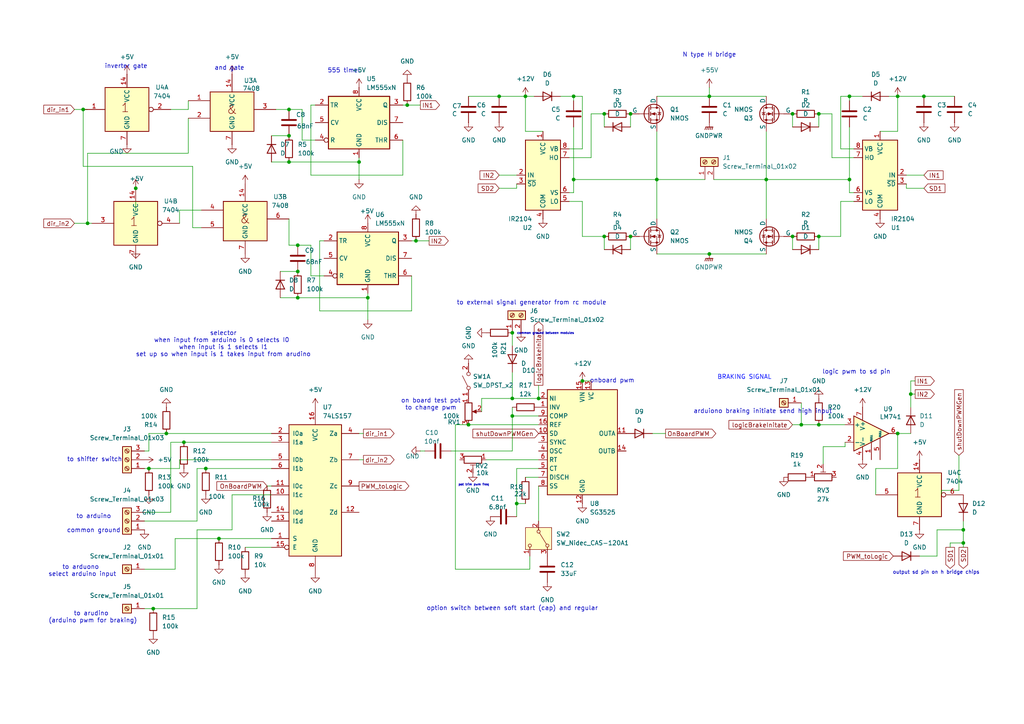
<source format=kicad_sch>
(kicad_sch (version 20250114) (generator "eeschema") (generator_version "9.0")
  (paper "A4")
  (title_block (title "N MOSFET H BRIDGE BY VASILY") (date "2025-08-05") (rev "1") (company "Foothill engineering club"))
  (text "output sd pin on h bridge chips\n" (at 271.526 166.116 0) (effects (font (size 1.016 1.016))))
  (text "to shifter switch" (at 27.432 133.35 0) (effects (font (size 1.27 1.27))))
  (text "common ground between modules" (at 158.242 96.774 0) (effects (font (size 0.635 0.635))))
  (text "555 timer\n" (at 99.822 20.574 0) (effects (font (size 1.27 1.27))))
  (text "selector\nwhen input from arduino is 0 selects I0 \nwhen input is 1 selects I1\nset up so when input is 1 takes input from arudino" (at 64.77 99.822 0) (effects (font (size 1.27 1.27))))
  (text "and gate" (at 66.548 19.812 0) (effects (font (size 1.27 1.27))))
  (text "inverter gate\n" (at 36.576 19.304 0) (effects (font (size 1.27 1.27))))
  (text "onboard pwm" (at 177.546 110.49 0) (effects (font (size 1.27 1.27))))
  (text "to arduono \nselect arduino input" (at 23.876 165.608 0) (effects (font (size 1.27 1.27))))
  (text "BRAKING SIGNAL " (at 216.408 109.474 0) (effects (font (size 1.27 1.27))))
  (text "logic pwm to sd pin" (at 248.412 107.95 0) (effects (font (size 1.27 1.27))))
  (text "arduiono braking initiate send high input" (at 221.234 119.38 0) (effects (font (size 1.27 1.27))))
  (text "N type H bridge" (at 205.74 16.002 0) (effects (font (size 1.27 1.27))))
  (text "pot trim pwm freq" (at 137.414 140.716 0) (effects (font (size 0.635 0.635))))
  (text "on board test pot\n to change pwm " (at 124.968 117.348 0) (effects (font (size 1.27 1.27))))
  (text "to arduino\n\ncommon ground" (at 27.178 151.892 0) (effects (font (size 1.27 1.27))))
  (text "to arudino \n(arduino pwm for braking)" (at 26.924 179.07 0) (effects (font (size 1.27 1.27))))
  (text "to external signal generator from rc module" (at 154.178 87.884 0) (effects (font (size 1.27 1.27))))
  (text "option switch between soft start (cap) and regular" (at 148.59 176.53 0) (effects (font (size 1.27 1.27))))
  (junction (at 148.59 120.65))
  (junction (at 168.91 110.49))
  (junction (at 149.86 146.05))
  (junction (at 182.88 33.02))
  (junction (at 166.37 27.94))
  (junction (at 232.41 123.19))
  (junction (at 229.87 68.58))
  (junction (at 237.49 68.58))
  (junction (at 86.36 78.74))
  (junction (at 237.49 123.19))
  (junction (at 24.13 31.75))
  (junction (at 267.97 27.94))
  (junction (at 104.14 46.99))
  (junction (at 148.59 115.57))
  (junction (at 118.11 30.48))
  (junction (at 86.36 71.12))
  (junction (at 120.65 69.85))
  (junction (at 260.35 27.94))
  (junction (at 63.5 156.21))
  (junction (at 83.82 31.75))
  (junction (at 190.5 52.07))
  (junction (at 44.45 176.53))
  (junction (at 148.59 96.52))
  (junction (at 175.26 68.58))
  (junction (at 279.4 157.48))
  (junction (at 59.69 135.89))
  (junction (at 39.37 54.61))
  (junction (at 222.25 52.07))
  (junction (at 156.21 115.57))
  (junction (at 83.82 39.37))
  (junction (at 260.35 125.73))
  (junction (at 152.4 27.94))
  (junction (at 53.34 128.27))
  (junction (at 279.4 153.67))
  (junction (at 264.16 114.3))
  (junction (at 237.49 33.02))
  (junction (at 144.78 27.94))
  (junction (at 246.38 27.94))
  (junction (at 43.18 135.89))
  (junction (at 205.74 73.66))
  (junction (at 48.26 125.73))
  (junction (at 135.89 123.19))
  (junction (at 25.4 64.77))
  (junction (at 182.88 68.58))
  (junction (at 106.68 86.36))
  (junction (at 205.74 27.94))
  (junction (at 83.82 46.99))
  (junction (at 246.38 52.07))
  (junction (at 166.37 52.07))
  (junction (at 86.36 86.36))
  (junction (at 229.87 33.02))
  (junction (at 175.26 33.02))
  (wire (pts (xy 49.53 128.27) (xy 53.34 128.27)))
  (wire (pts (xy 78.74 158.75) (xy 71.12 158.75)))
  (wire (pts (xy 189.23 125.73) (xy 193.04 125.73)))
  (wire (pts (xy 175.26 68.58) (xy 168.91 68.58)))
  (wire (pts (xy 120.65 69.85) (xy 124.46 69.85)))
  (wire (pts (xy 266.7 161.29) (xy 271.78 161.29)))
  (wire (pts (xy 166.37 52.07) (xy 166.37 55.88)))
  (wire (pts (xy 267.97 27.94) (xy 276.86 27.94)))
  (wire (pts (xy 49.53 31.75) (xy 54.61 31.75)))
  (wire (pts (xy 39.37 72.39) (xy 39.37 74.93)))
  (wire (pts (xy 156.21 111.76) (xy 156.21 115.57)))
  (wire (pts (xy 246.38 36.83) (xy 246.38 52.07)))
  (wire (pts (xy 166.37 36.83) (xy 166.37 52.07)))
  (wire (pts (xy 166.37 55.88) (xy 165.1 55.88)))
  (wire (pts (xy 86.36 71.12) (xy 90.17 71.12)))
  (wire (pts (xy 243.84 27.94) (xy 246.38 27.94)))
  (wire (pts (xy 175.26 68.58) (xy 175.26 72.39)))
  (wire (pts (xy 260.35 125.73) (xy 264.16 125.73)))
  (wire (pts (xy 190.5 73.66) (xy 205.74 73.66)))
  (wire (pts (xy 247.65 43.18) (xy 243.84 43.18)))
  (wire (pts (xy 116.84 30.48) (xy 118.11 30.48)))
  (wire (pts (xy 105.41 133.35) (xy 104.14 133.35)))
  (wire (pts (xy 246.38 27.94) (xy 246.38 29.21)))
  (wire (pts (xy 55.88 48.26) (xy 55.88 66.04)))
  (wire (pts (xy 190.5 38.1) (xy 190.5 52.07)))
  (wire (pts (xy 57.15 151.13) (xy 57.15 135.89)))
  (wire (pts (xy 39.37 60.96) (xy 39.37 54.61)))
  (wire (pts (xy 260.35 125.73) (xy 260.35 135.89)))
  (wire (pts (xy 148.59 96.52) (xy 148.59 100.33)))
  (wire (pts (xy 149.86 50.8) (xy 144.78 50.8)))
  (wire (pts (xy 246.38 55.88) (xy 247.65 55.88)))
  (wire (pts (xy 264.16 114.3) (xy 265.43 114.3)))
  (wire (pts (xy 229.87 33.02) (xy 229.87 36.83)))
  (wire (pts (xy 90.17 71.12) (xy 90.17 80.01)))
  (wire (pts (xy 205.74 25.4) (xy 205.74 27.94)))
  (wire (pts (xy 190.5 52.07) (xy 204.47 52.07)))
  (wire (pts (xy 149.86 135.89) (xy 156.21 135.89)))
  (wire (pts (xy 83.82 46.99) (xy 104.14 46.99)))
  (wire (pts (xy 50.8 156.21) (xy 63.5 156.21)))
  (wire (pts (xy 246.38 27.94) (xy 250.19 27.94)))
  (wire (pts (xy 222.25 38.1) (xy 222.25 52.07)))
  (wire (pts (xy 149.86 54.61) (xy 149.86 53.34)))
  (wire (pts (xy 156.21 140.97) (xy 156.21 151.13)))
  (wire (pts (xy 54.61 31.75) (xy 54.61 29.21)))
  (wire (pts (xy 166.37 52.07) (xy 190.5 52.07)))
  (wire (pts (xy 254 135.89) (xy 254 143.51)))
  (wire (pts (xy 132.08 123.19) (xy 135.89 123.19)))
  (wire (pts (xy 157.48 38.1) (xy 152.4 38.1)))
  (wire (pts (xy 52.07 135.89) (xy 52.07 133.35)))
  (wire (pts (xy 78.74 46.99) (xy 83.82 46.99)))
  (wire (pts (xy 237.49 33.02) (xy 241.3 33.02)))
  (wire (pts (xy 275.59 157.48) (xy 275.59 158.75)))
  (wire (pts (xy 255.27 38.1) (xy 260.35 38.1)))
  (wire (pts (xy 24.13 31.75) (xy 25.4 31.75)))
  (wire (pts (xy 260.35 38.1) (xy 260.35 27.94)))
  (wire (pts (xy 166.37 27.94) (xy 162.56 27.94)))
  (wire (pts (xy 25.4 44.45) (xy 54.61 44.45)))
  (wire (pts (xy 152.4 27.94) (xy 144.78 27.94)))
  (wire (pts (xy 44.45 176.53) (xy 57.15 176.53)))
  (wire (pts (xy 80.01 31.75) (xy 83.82 31.75)))
  (wire (pts (xy 166.37 27.94) (xy 166.37 29.21)))
  (wire (pts (xy 63.5 156.21) (xy 78.74 156.21)))
  (wire (pts (xy 119.38 80.01) (xy 119.38 90.17)))
  (wire (pts (xy 175.26 33.02) (xy 175.26 36.83)))
  (wire (pts (xy 243.84 68.58) (xy 243.84 58.42)))
  (wire (pts (xy 139.7 115.57) (xy 139.7 119.38)))
  (wire (pts (xy 237.49 123.19) (xy 245.11 123.19)))
  (wire (pts (xy 87.63 31.75) (xy 87.63 40.64)))
  (wire (pts (xy 237.49 68.58) (xy 243.84 68.58)))
  (wire (pts (xy 262.89 50.8) (xy 267.97 50.8)))
  (wire (pts (xy 148.59 115.57) (xy 139.7 115.57)))
  (wire (pts (xy 260.35 27.94) (xy 267.97 27.94)))
  (wire (pts (xy 241.3 45.72) (xy 241.3 33.02)))
  (wire (pts (xy 81.28 86.36) (xy 86.36 86.36)))
  (wire (pts (xy 148.59 107.95) (xy 148.59 115.57)))
  (wire (pts (xy 52.07 133.35) (xy 78.74 133.35)))
  (wire (pts (xy 229.87 68.58) (xy 229.87 72.39)))
  (wire (pts (xy 279.4 153.67) (xy 279.4 157.48)))
  (wire (pts (xy 264.16 114.3) (xy 264.16 110.49)))
  (wire (pts (xy 222.25 52.07) (xy 246.38 52.07)))
  (wire (pts (xy 279.4 151.13) (xy 279.4 153.67)))
  (wire (pts (xy 271.78 161.29) (xy 271.78 153.67)))
  (wire (pts (xy 149.86 146.05) (xy 149.86 149.86)))
  (wire (pts (xy 78.74 39.37) (xy 83.82 39.37)))
  (wire (pts (xy 41.91 148.59) (xy 49.53 148.59)))
  (wire (pts (xy 57.15 135.89) (xy 59.69 135.89)))
  (wire (pts (xy 21.59 64.77) (xy 25.4 64.77)))
  (wire (pts (xy 121.92 130.81) (xy 123.19 130.81)))
  (wire (pts (xy 132.08 165.1) (xy 132.08 123.19)))
  (wire (pts (xy 168.91 58.42) (xy 165.1 58.42)))
  (wire (pts (xy 260.35 135.89) (xy 254 135.89)))
  (wire (pts (xy 54.61 44.45) (xy 54.61 34.29)))
  (wire (pts (xy 273.05 143.51) (xy 273.05 142.24)))
  (wire (pts (xy 118.11 30.48) (xy 121.92 30.48)))
  (wire (pts (xy 90.17 50.8) (xy 90.17 30.48)))
  (wire (pts (xy 168.91 68.58) (xy 168.91 58.42)))
  (wire (pts (xy 148.59 118.11) (xy 148.59 120.65)))
  (wire (pts (xy 257.81 27.94) (xy 260.35 27.94)))
  (wire (pts (xy 52.07 64.77) (xy 52.07 60.96)))
  (wire (pts (xy 165.1 43.18) (xy 168.91 43.18)))
  (wire (pts (xy 245.11 128.27) (xy 245.11 129.54)))
  (wire (pts (xy 207.01 52.07) (xy 222.25 52.07)))
  (wire (pts (xy 264.16 110.49) (xy 265.43 110.49)))
  (wire (pts (xy 24.13 48.26) (xy 55.88 48.26)))
  (wire (pts (xy 232.41 116.84) (xy 232.41 123.19)))
  (wire (pts (xy 264.16 118.11) (xy 264.16 114.3)))
  (wire (pts (xy 41.91 151.13) (xy 57.15 151.13)))
  (wire (pts (xy 48.26 125.73) (xy 78.74 125.73)))
  (wire (pts (xy 246.38 55.88) (xy 246.38 52.07)))
  (wire (pts (xy 24.13 31.75) (xy 21.59 31.75)))
  (wire (pts (xy 238.76 129.54) (xy 238.76 134.62)))
  (wire (pts (xy 119.38 90.17) (xy 92.71 90.17)))
  (wire (pts (xy 175.26 33.02) (xy 171.45 33.02)))
  (wire (pts (xy 67.31 153.67) (xy 67.31 143.51)))
  (wire (pts (xy 92.71 69.85) (xy 93.98 69.85)))
  (wire (pts (xy 78.74 140.97) (xy 77.47 140.97)))
  (wire (pts (xy 182.88 33.02) (xy 182.88 36.83)))
  (wire (pts (xy 41.91 130.81) (xy 43.18 130.81)))
  (wire (pts (xy 149.86 146.05) (xy 152.4 146.05)))
  (wire (pts (xy 86.36 86.36) (xy 106.68 86.36)))
  (wire (pts (xy 205.74 73.66) (xy 222.25 73.66)))
  (wire (pts (xy 243.84 43.18) (xy 243.84 27.94)))
  (wire (pts (xy 92.71 90.17) (xy 92.71 69.85)))
  (wire (pts (xy 279.4 157.48) (xy 279.4 158.75)))
  (wire (pts (xy 83.82 63.5) (xy 83.82 71.12)))
  (wire (pts (xy 154.94 27.94) (xy 152.4 27.94)))
  (wire (pts (xy 43.18 135.89) (xy 52.07 135.89)))
  (wire (pts (xy 43.18 125.73) (xy 48.26 125.73)))
  (wire (pts (xy 144.78 27.94) (xy 135.89 27.94)))
  (wire (pts (xy 41.91 165.1) (xy 50.8 165.1)))
  (wire (pts (xy 245.11 129.54) (xy 238.76 129.54)))
  (wire (pts (xy 50.8 165.1) (xy 50.8 156.21)))
  (wire (pts (xy 55.88 66.04) (xy 58.42 66.04)))
  (wire (pts (xy 267.97 54.61) (xy 262.89 54.61)))
  (wire (pts (xy 135.89 123.19) (xy 156.21 123.19)))
  (wire (pts (xy 49.53 148.59) (xy 49.53 128.27)))
  (wire (pts (xy 43.18 130.81) (xy 43.18 125.73)))
  (wire (pts (xy 105.41 125.73) (xy 104.14 125.73)))
  (wire (pts (xy 104.14 46.99) (xy 104.14 45.72)))
  (wire (pts (xy 130.81 130.81) (xy 148.59 130.81)))
  (wire (pts (xy 90.17 80.01) (xy 93.98 80.01)))
  (wire (pts (xy 156.21 115.57) (xy 148.59 115.57)))
  (wire (pts (xy 81.28 78.74) (xy 86.36 78.74)))
  (wire (pts (xy 148.59 120.65) (xy 156.21 120.65)))
  (wire (pts (xy 222.25 52.07) (xy 222.25 63.5)))
  (wire (pts (xy 87.63 40.64) (xy 91.44 40.64)))
  (wire (pts (xy 279.4 157.48) (xy 275.59 157.48)))
  (wire (pts (xy 25.4 64.77) (xy 26.67 64.77)))
  (wire (pts (xy 106.68 86.36) (xy 106.68 85.09)))
  (wire (pts (xy 237.49 68.58) (xy 237.49 72.39)))
  (wire (pts (xy 41.91 135.89) (xy 43.18 135.89)))
  (wire (pts (xy 57.15 153.67) (xy 67.31 153.67)))
  (wire (pts (xy 152.4 138.43) (xy 156.21 138.43)))
  (wire (pts (xy 116.84 40.64) (xy 116.84 50.8)))
  (wire (pts (xy 232.41 123.19) (xy 237.49 123.19)))
  (wire (pts (xy 25.4 44.45) (xy 25.4 64.77)))
  (wire (pts (xy 152.4 38.1) (xy 152.4 27.94)))
  (wire (pts (xy 41.91 176.53) (xy 44.45 176.53)))
  (wire (pts (xy 83.82 71.12) (xy 86.36 71.12)))
  (wire (pts (xy 190.5 52.07) (xy 190.5 63.5)))
  (wire (pts (xy 119.38 69.85) (xy 120.65 69.85)))
  (wire (pts (xy 104.14 52.07) (xy 104.14 46.99)))
  (wire (pts (xy 271.78 153.67) (xy 279.4 153.67)))
  (wire (pts (xy 237.49 33.02) (xy 237.49 36.83)))
  (wire (pts (xy 182.88 68.58) (xy 182.88 72.39)))
  (wire (pts (xy 24.13 31.75) (xy 24.13 48.26)))
  (wire (pts (xy 168.91 27.94) (xy 166.37 27.94)))
  (wire (pts (xy 153.67 165.1) (xy 132.08 165.1)))
  (wire (pts (xy 243.84 58.42) (xy 247.65 58.42)))
  (wire (pts (xy 229.87 123.19) (xy 232.41 123.19)))
  (wire (pts (xy 247.65 45.72) (xy 241.3 45.72)))
  (wire (pts (xy 171.45 45.72) (xy 171.45 33.02)))
  (wire (pts (xy 106.68 92.71) (xy 106.68 86.36)))
  (wire (pts (xy 53.34 128.27) (xy 78.74 128.27)))
  (wire (pts (xy 144.78 54.61) (xy 149.86 54.61)))
  (wire (pts (xy 278.13 142.24) (xy 278.13 132.08)))
  (wire (pts (xy 168.91 43.18) (xy 168.91 27.94)))
  (wire (pts (xy 190.5 27.94) (xy 205.74 27.94)))
  (wire (pts (xy 153.67 161.29) (xy 153.67 165.1)))
  (wire (pts (xy 57.15 176.53) (xy 57.15 153.67)))
  (wire (pts (xy 262.89 54.61) (xy 262.89 53.34)))
  (wire (pts (xy 149.86 135.89) (xy 149.86 146.05)))
  (wire (pts (xy 52.07 60.96) (xy 58.42 60.96)))
  (wire (pts (xy 59.69 135.89) (xy 78.74 135.89)))
  (wire (pts (xy 165.1 45.72) (xy 171.45 45.72)))
  (wire (pts (xy 156.21 133.35) (xy 140.97 133.35)))
  (wire (pts (xy 205.74 27.94) (xy 222.25 27.94)))
  (wire (pts (xy 116.84 50.8) (xy 90.17 50.8)))
  (wire (pts (xy 90.17 30.48) (xy 91.44 30.48)))
  (wire (pts (xy 148.59 130.81) (xy 148.59 120.65)))
  (wire (pts (xy 168.91 110.49) (xy 171.45 110.49)))
  (wire (pts (xy 273.05 142.24) (xy 278.13 142.24)))
  (wire (pts (xy 67.31 143.51) (xy 78.74 143.51)))
  (wire (pts (xy 83.82 31.75) (xy 87.63 31.75)))
  (global_label "PWM_toLogic" (shape input) (at 259.08 161.29 180) (property "Intersheetrefs" "${INTERSHEET_REFS}" (effects (hide yes))))
  (global_label "SD2" (shape output) (at 279.4 158.75 270) (property "Intersheetrefs" "${INTERSHEET_REFS}" (effects (hide yes))))
  (global_label "SD1" (shape output) (at 275.59 158.75 270) (property "Intersheetrefs" "${INTERSHEET_REFS}" (effects (hide yes))))
  (global_label "logicBrakeInitate" (shape input) (at 229.87 123.19 180) (property "Intersheetrefs" "${INTERSHEET_REFS}" (effects (hide yes))))
  (global_label "OnBoardPWM" (shape input) (at 77.47 140.97 180) (property "Intersheetrefs" "${INTERSHEET_REFS}" (effects (hide yes))))
  (global_label "IN2" (shape output) (at 124.46 69.85 0) (property "Intersheetrefs" "${INTERSHEET_REFS}" (effects (hide yes))))
  (global_label "PWM_toLogic" (shape output) (at 104.14 140.97 0) (property "Intersheetrefs" "${INTERSHEET_REFS}" (effects (hide yes))))
  (global_label "logicBrakeInitate" (shape output) (at 156.21 111.76 90) (property "Intersheetrefs" "${INTERSHEET_REFS}" (effects (hide yes))))
  (global_label "OnBoardPWM" (shape output) (at 193.04 125.73 0) (property "Intersheetrefs" "${INTERSHEET_REFS}" (effects (hide yes))))
  (global_label "IN2" (shape output) (at 265.43 114.3 0) (property "Intersheetrefs" "${INTERSHEET_REFS}" (effects (hide yes))))
  (global_label "dir_in2" (shape output) (at 105.41 133.35 0) (property "Intersheetrefs" "${INTERSHEET_REFS}" (effects (hide yes))))
  (global_label "SD1" (shape input) (at 267.97 54.61 0) (property "Intersheetrefs" "${INTERSHEET_REFS}" (effects (hide yes))))
  (global_label "SD2" (shape input) (at 144.78 54.61 180) (property "Intersheetrefs" "${INTERSHEET_REFS}" (effects (hide yes))))
  (global_label "dir_in1" (shape input) (at 21.59 31.75 180) (property "Intersheetrefs" "${INTERSHEET_REFS}" (effects (hide yes))))
  (global_label "dir_in2" (shape input) (at 21.59 64.77 180) (property "Intersheetrefs" "${INTERSHEET_REFS}" (effects (hide yes))))
  (global_label "IN1" (shape output) (at 121.92 30.48 0) (property "Intersheetrefs" "${INTERSHEET_REFS}" (effects (hide yes))))
  (global_label "dir_in1" (shape output) (at 105.41 125.73 0) (property "Intersheetrefs" "${INTERSHEET_REFS}" (effects (hide yes))))
  (global_label "IN1" (shape input) (at 267.97 50.8 0) (property "Intersheetrefs" "${INTERSHEET_REFS}" (effects (hide yes))))
  (global_label "IN1" (shape output) (at 265.43 110.49 0) (property "Intersheetrefs" "${INTERSHEET_REFS}" (effects (hide yes))))
  (global_label "shutDownPWMGen" (shape input) (at 278.13 132.08 90) (property "Intersheetrefs" "${INTERSHEET_REFS}" (effects (hide yes))))
  (global_label "IN2" (shape input) (at 144.78 50.8 180) (property "Intersheetrefs" "${INTERSHEET_REFS}" (effects (hide yes))))
  (global_label "shutDownPWMGen" (shape input) (at 156.21 125.73 180) (property "Intersheetrefs" "${INTERSHEET_REFS}" (effects (hide yes))))
  (symbol (lib_id "power:GND") (at 77.47 148.59 0) (unit 1)
    (property "Reference" "#PWR037" (effects (hide yes)))
    (property "Value" "GND" (at 77.47 153.67 0))
    (property "Description" "Power symbol creates a global label with name \"GND\" , ground" (effects (hide yes)))
  )
  (symbol (lib_id "power:GND") (at 67.31 41.91 0) (unit 1)
    (property "Reference" "#PWR019" (effects (hide yes)))
    (property "Value" "GND" (at 67.31 46.99 0))
    (property "Description" "Power symbol creates a global label with name \"GND\" , ground" (effects (hide yes)))
  )
  (symbol (lib_id "power:GND") (at 250.19 133.35 0) (unit 1)
    (property "Reference" "#PWR049" (effects (hide yes)))
    (property "Value" "GND" (at 250.19 138.43 0))
    (property "Description" "Power symbol creates a global label with name \"GND\" , ground" (effects (hide yes)))
  )
  (symbol (lib_id "power:GND") (at 255.27 63.5 0) (unit 1)
    (property "Reference" "#PWR05" (effects (hide yes)))
    (property "Value" "GND" (at 255.27 68.58 0))
    (property "Description" "Power symbol creates a global label with name \"GND\" , ground" (effects (hide yes)))
  )
  (symbol (lib_id "power:GND") (at 120.65 62.23 180) (unit 1)
    (property "Reference" "#PWR025" (effects (hide yes)))
    (property "Value" "GND" (at 120.65 57.15 0))
    (property "Description" "Power symbol creates a global label with name \"GND\" , ground" (effects (hide yes)))
  )
  (symbol (lib_id "power:+5V") (at 106.68 64.77 0) (unit 1)
    (property "Reference" "#PWR017" (effects (hide yes)))
    (property "Value" "+5V" (at 106.426 61.214 0))
    (property "Description" "Power symbol creates a global label with name \"+5V\"" (effects (hide yes)))
  )
  (symbol (lib_id "Device:R") (at 233.68 33.02 90) (unit 1)
    (property "Reference" "R1" (at 233.68 26.67 90))
    (property "Value" "R" (at 233.68 29.21 90))
    (property "Description" "Resistor" (effects (hide yes)))
  )
  (symbol (lib_id "Device:R") (at 59.69 139.7 0) (unit 1)
    (property "Reference" "R11" (at 62.23 138.4299 0) (effects (justify left)))
    (property "Value" "100k" (at 60.452 144.018 0) (effects (justify left)))
    (property "Description" "Resistor" (effects (hide yes)))
  )
  (symbol (lib_id "Switch:SW_DPST_x2") (at 135.89 110.49 90) (unit 1)
    (property "Reference" "SW1" (at 137.16 109.2199 90) (effects (justify right)))
    (property "Value" "SW_DPST_x2" (at 137.16 111.7599 90) (effects (justify right)))
    (property "Description" "Single Pole Single Throw (SPST) switch, separate symbol" (effects (hide yes)))
  )
  (symbol (lib_id "power:+5V") (at 71.12 53.34 0) (unit 1)
    (property "Reference" "#PWR022" (effects (hide yes)))
    (property "Value" "+5V" (at 71.12 48.26 0))
    (property "Description" "Power symbol creates a global label with name \"+5V\"" (effects (hide yes)))
  )
  (symbol (lib_id "Device:D") (at 279.4 147.32 90) (unit 1)
    (property "Reference" "D12" (at 281.94 146.0499 90) (effects (justify right)))
    (property "Value" "D" (at 281.94 148.5899 90) (effects (justify right)))
    (property "Description" "Diode" (effects (hide yes)))
    (property "Sim.Device" "D" (effects (hide yes)))
    (property "Sim.Pins" "1=K 2=A" (effects (hide yes)))
  )
  (symbol (lib_id "power:GND") (at 53.34 135.89 0) (unit 1)
    (property "Reference" "#PWR032" (effects (hide yes)))
    (property "Value" "GND" (at 53.34 140.97 0))
    (property "Description" "Power symbol creates a global label with name \"GND\" , ground" (effects (hide yes)))
  )
  (symbol (lib_id "Device:C") (at 86.36 74.93 0) (unit 1)
    (property "Reference" "C9" (at 88.392 72.644 0) (effects (justify left)))
    (property "Value" "68nF" (at 88.646 75.946 0) (effects (justify left)))
    (property "Description" "Unpolarized capacitor" (effects (hide yes)))
  )
  (symbol (lib_id "power:GND") (at 39.37 72.39 0) (unit 1)
    (property "Reference" "#PWR015" (effects (hide yes)))
    (property "Value" "GND" (at 39.37 77.47 0))
    (property "Description" "Power symbol creates a global label with name \"GND\" , ground" (effects (hide yes)))
  )
  (symbol (lib_id "Connector:Screw_Terminal_01x03") (at 36.83 151.13 180) (unit 1)
    (property "Reference" "J4" (at 36.83 142.24 0))
    (property "Value" "Screw_Terminal_01x03" (at 36.83 144.78 0))
    (property "Description" "Generic screw terminal, single row, 01x03, script generated (kicad-library-utils/schlib/autogen/connector/)" (effects (hide yes)))
  )
  (symbol (lib_id "Connector:Screw_Terminal_01x02") (at 204.47 46.99 90) (unit 1)
    (property "Reference" "J1" (at 209.55 45.7199 90) (effects (justify right)))
    (property "Value" "Screw_Terminal_01x02" (at 209.55 48.2599 90) (effects (justify right)))
    (property "Description" "Generic screw terminal, single row, 01x02, script generated (kicad-library-utils/schlib/autogen/connector/)" (effects (hide yes)))
  )
  (symbol (lib_id "power:GND") (at 267.97 35.56 0) (unit 1)
    (property "Reference" "#PWR06" (effects (hide yes)))
    (property "Value" "GND" (at 267.97 40.64 0))
    (property "Description" "Power symbol creates a global label with name \"GND\" , ground" (effects (hide yes)))
  )
  (symbol (lib_id "Device:R_Potentiometer_Trim") (at 238.76 138.43 90) (unit 1)
    (property "Reference" "RV3" (at 238.76 142.24 90))
    (property "Value" "27k" (at 238.76 144.78 90))
    (property "Description" "Trim-potentiometer" (effects (hide yes)))
  )
  (symbol (lib_id "Device:D") (at 148.59 104.14 90) (unit 1)
    (property "Reference" "D10" (at 151.384 107.442 90) (effects (justify right)))
    (property "Value" "D" (at 151.13 105.4099 90) (effects (justify right)))
    (property "Description" "Diode" (effects (hide yes)))
    (property "Sim.Device" "D" (effects (hide yes)))
    (property "Sim.Pins" "1=K 2=A" (effects (hide yes)))
  )
  (symbol (lib_id "power:+5V") (at 91.44 118.11 0) (unit 1)
    (property "Reference" "#PWR027" (effects (hide yes)))
    (property "Value" "+5V" (at 91.44 113.03 0))
    (property "Description" "Power symbol creates a global label with name \"+5V\"" (effects (hide yes)))
  )
  (symbol (lib_id "Simulation_SPICE:NMOS") (at 224.79 33.02 0) (mirror y) (unit 1)
    (property "Reference" "Q3" (at 218.44 34.2901 0) (effects (justify left)))
    (property "Value" "NMOS" (at 218.44 31.7501 0) (effects (justify left)))
    (property "Datasheet" "https://ngspice.sourceforge.io/docs/ngspice-html-manual/manual.xhtml#cha_MOSFETs" (effects (hide yes)))
    (property "Description" "N-MOSFET transistor, drain/source/gate" (effects (hide yes)))
    (property "Sim.Device" "NMOS" (effects (hide yes)))
    (property "Sim.Type" "VDMOS" (effects (hide yes)))
    (property "Sim.Pins" "1=D 2=G 3=S" (effects (hide yes)))
  )
  (symbol (lib_id "power:GND") (at 135.89 105.41 180) (unit 1)
    (property "Reference" "#PWR039" (effects (hide yes)))
    (property "Value" "GND" (at 135.89 100.33 0))
    (property "Description" "Power symbol creates a global label with name \"GND\" , ground" (effects (hide yes)))
  )
  (symbol (lib_id "Device:C") (at 205.74 31.75 0) (unit 1)
    (property "Reference" "C1" (at 209.55 30.4799 0) (effects (justify left)))
    (property "Value" "C" (at 209.55 33.0199 0) (effects (justify left)))
    (property "Description" "Unpolarized capacitor" (effects (hide yes)))
  )
  (symbol (lib_id "Device:C") (at 158.75 165.1 0) (unit 1)
    (property "Reference" "C12" (at 162.56 163.8299 0) (effects (justify left)))
    (property "Value" "33uF" (at 162.56 166.3699 0) (effects (justify left)))
    (property "Description" "Unpolarized capacitor" (effects (hide yes)))
  )
  (symbol (lib_id "74xx_IEEE:7408") (at 71.12 63.5 0) (unit 2)
    (property "Reference" "U3" (at 81.28 57.0798 0))
    (property "Value" "7408" (at 81.28 59.6198 0))
  )
  (symbol (lib_id "Switch:SW_Nidec_CAS-120A1") (at 156.21 156.21 270) (unit 1)
    (property "Reference" "SW2" (at 161.29 154.9399 90) (effects (justify left)))
    (property "Value" "SW_Nidec_CAS-120A1" (at 161.29 157.4799 90) (effects (justify left)))
    (property "Footprint" "Button_Switch_SMD:Nidec_Copal_CAS-120A" (effects (hide yes)))
    (property "Datasheet" "https://www.nidec-components.com/e/catalog/switch/cas.pdf" (effects (hide yes)))
    (property "Description" "Switch, single pole double throw" (effects (hide yes)))
  )
  (symbol (lib_id "Connector:Screw_Terminal_01x01") (at 36.83 176.53 180) (unit 1)
    (property "Reference" "J5" (at 36.83 170.18 0))
    (property "Value" "Screw_Terminal_01x01" (at 36.83 172.72 0))
    (property "Description" "Generic screw terminal, single row, 01x01, script generated (kicad-library-utils/schlib/autogen/connector/)" (effects (hide yes)))
  )
  (symbol (lib_id "power:+15V") (at 205.74 25.4 0) (unit 1)
    (property "Reference" "#PWR01" (effects (hide yes)))
    (property "Value" "+55V" (at 205.74 20.32 0))
    (property "Description" "Power symbol creates a global label with name \"+15V\"" (effects (hide yes)))
  )
  (symbol (lib_id "Driver_FET:IR2104") (at 157.48 50.8 0) (unit 1)
    (property "Reference" "U2" (at 154.3619 66.04 0) (effects (justify right)))
    (property "Value" "IR2104" (at 154.3619 63.5 0) (effects (justify right)))
    (property "Datasheet" "https://www.infineon.com/dgdl/ir2104.pdf?fileId=5546d462533600a4015355c7c1c31671" (effects (hide yes)))
    (property "Description" "Half-Bridge Driver, 600V, 210/360mA, PDIP-8/SOIC-8" (effects (hide yes)))
  )
  (symbol (lib_id "Device:C") (at 166.37 33.02 0) (mirror y) (unit 1)
    (property "Reference" "C5" (at 162.56 31.7499 0) (effects (justify left)))
    (property "Value" "C" (at 162.56 34.2899 0) (effects (justify left)))
    (property "Description" "Unpolarized capacitor" (effects (hide yes)))
  )
  (symbol (lib_id "Device:C") (at 83.82 35.56 0) (unit 1)
    (property "Reference" "C8" (at 85.852 33.274 0) (effects (justify left)))
    (property "Value" "68nF" (at 86.106 36.576 0) (effects (justify left)))
    (property "Description" "Unpolarized capacitor" (effects (hide yes)))
  )
  (symbol (lib_id "Device:R") (at 77.47 144.78 0) (unit 1)
    (property "Reference" "R16" (at 73.152 144.526 0) (effects (justify left)))
    (property "Value" "100k" (at 73.406 146.304 0) (effects (justify left)))
    (property "Description" "Resistor" (effects (hide yes)))
  )
  (symbol (lib_id "Device:C") (at 146.05 149.86 90) (unit 1)
    (property "Reference" "C11" (at 144.272 144.526 90))
    (property "Value" "6.8nf" (at 144.272 147.066 90))
    (property "Description" "Unpolarized capacitor" (effects (hide yes)))
  )
  (symbol (lib_id "Device:R") (at 44.45 180.34 0) (unit 1)
    (property "Reference" "R15" (at 46.99 179.0699 0) (effects (justify left)))
    (property "Value" "100k" (at 46.99 181.6099 0) (effects (justify left)))
    (property "Description" "Resistor" (effects (hide yes)))
  )
  (symbol (lib_id "Device:R") (at 48.26 121.92 180) (unit 1)
    (property "Reference" "R14" (at 45.72 123.1901 0) (effects (justify left)))
    (property "Value" "100k" (at 45.72 120.6501 0) (effects (justify left)))
    (property "Description" "Resistor" (effects (hide yes)))
  )
  (symbol (lib_id "Device:R") (at 120.65 66.04 0) (unit 1)
    (property "Reference" "R8" (at 123.19 64.7699 0) (effects (justify left)))
    (property "Value" "100k" (at 123.19 67.3099 0) (effects (justify left)))
    (property "Description" "Resistor" (effects (hide yes)))
  )
  (symbol (lib_id "Device:C") (at 135.89 31.75 0) (mirror y) (unit 1)
    (property "Reference" "C7" (at 133.858 30.734 0) (effects (justify left)))
    (property "Value" "C" (at 132.588 33.02 0) (effects (justify left)))
    (property "Description" "Unpolarized capacitor" (effects (hide yes)))
  )
  (symbol (lib_id "Device:D") (at 179.07 36.83 0) (mirror x) (unit 1)
    (property "Reference" "D3" (at 179.07 30.48 0))
    (property "Value" "D" (at 179.07 33.02 0))
    (property "Description" "Diode" (effects (hide yes)))
    (property "Sim.Device" "D" (effects (hide yes)))
    (property "Sim.Pins" "1=K 2=A" (effects (hide yes)))
  )
  (symbol (lib_id "Amplifier_Operational:LM741") (at 252.73 125.73 0) (unit 1)
    (property "Reference" "U9" (at 257.556 118.618 0))
    (property "Value" "LM741" (at 258.318 120.904 0))
    (property "Datasheet" "http://www.ti.com/lit/ds/symlink/lm741.pdf" (effects (hide yes)))
    (property "Description" "Operational Amplifier, DIP-8/TO-99-8" (effects (hide yes)))
  )
  (symbol (lib_id "Device:C") (at 246.38 33.02 0) (unit 1)
    (property "Reference" "C2" (at 250.19 31.7499 0) (effects (justify left)))
    (property "Value" "C" (at 250.19 34.2899 0) (effects (justify left)))
    (property "Description" "Unpolarized capacitor" (effects (hide yes)))
  )
  (symbol (lib_id "Device:R") (at 237.49 119.38 180) (unit 1)
    (property "Reference" "R20" (at 240.03 118.1099 0) (effects (justify right)))
    (property "Value" "100k" (at 240.03 120.6499 0) (effects (justify right)))
    (property "Description" "Resistor" (effects (hide yes)))
  )
  (symbol (lib_id "power:GND") (at 41.91 153.67 0) (unit 1)
    (property "Reference" "#PWR035" (effects (hide yes)))
    (property "Value" "GND" (at 41.91 158.75 0))
    (property "Description" "Power symbol creates a global label with name \"GND\" , ground" (effects (hide yes)))
  )
  (symbol (lib_id "Device:D") (at 233.68 36.83 180) (unit 1)
    (property "Reference" "D2" (at 233.68 30.48 0))
    (property "Value" "D" (at 233.68 33.02 0))
    (property "Description" "Diode" (effects (hide yes)))
    (property "Sim.Device" "D" (effects (hide yes)))
    (property "Sim.Pins" "1=K 2=A" (effects (hide yes)))
  )
  (symbol (lib_id "Device:R") (at 118.11 26.67 0) (unit 1)
    (property "Reference" "R6" (at 120.65 25.3999 0) (effects (justify left)))
    (property "Value" "100k" (at 120.65 27.9399 0) (effects (justify left)))
    (property "Description" "Resistor" (effects (hide yes)))
  )
  (symbol (lib_id "74xx:74LS157") (at 91.44 140.97 0) (unit 1)
    (property "Reference" "U7" (at 93.5833 118.11 0) (effects (justify left)))
    (property "Value" "74LS157" (at 93.5833 120.65 0) (effects (justify left)))
    (property "Datasheet" "http://www.ti.com/lit/gpn/sn74LS157" (effects (hide yes)))
    (property "Description" "Quad 2 to 1 line Multiplexer" (effects (hide yes)))
  )
  (symbol (lib_id "Device:C") (at 144.78 31.75 0) (mirror y) (unit 1)
    (property "Reference" "C6" (at 140.97 30.4799 0) (effects (justify left)))
    (property "Value" "C" (at 140.97 33.0199 0) (effects (justify left)))
    (property "Description" "Unpolarized capacitor" (effects (hide yes)))
  )
  (symbol (lib_id "Device:R") (at 71.12 162.56 0) (unit 1)
    (property "Reference" "R9" (at 73.66 161.2899 0) (effects (justify left)))
    (property "Value" "10k" (at 73.66 163.8299 0) (effects (justify left)))
    (property "Description" "Resistor" (effects (hide yes)))
  )
  (symbol (lib_id "Connector:Screw_Terminal_01x03") (at 36.83 133.35 180) (unit 1)
    (property "Reference" "J3" (at 36.83 124.46 0))
    (property "Value" "Screw_Terminal_01x03" (at 36.83 127 0))
    (property "Description" "Generic screw terminal, single row, 01x03, script generated (kicad-library-utils/schlib/autogen/connector/)" (effects (hide yes)))
  )
  (symbol (lib_id "Device:C") (at 127 130.81 90) (unit 1)
    (property "Reference" "C10" (at 125.222 125.476 90))
    (property "Value" "10nf" (at 125.222 128.016 90))
    (property "Description" "Unpolarized capacitor" (effects (hide yes)))
  )
  (symbol (lib_id "Connector:Screw_Terminal_01x01") (at 227.33 116.84 180) (unit 1)
    (property "Reference" "J7" (at 227.33 110.49 0))
    (property "Value" "Screw_Terminal_01x01" (at 227.33 113.03 0))
    (property "Description" "Generic screw terminal, single row, 01x01, script generated (kicad-library-utils/schlib/autogen/connector/)" (effects (hide yes)))
  )
  (symbol (lib_id "Connector:Screw_Terminal_01x02") (at 148.59 91.44 90) (unit 1)
    (property "Reference" "J6" (at 153.67 90.1699 90) (effects (justify right)))
    (property "Value" "Screw_Terminal_01x02" (at 153.67 92.7099 90) (effects (justify right)))
    (property "Description" "Generic screw terminal, single row, 01x02, script generated (kicad-library-utils/schlib/autogen/connector/)" (effects (hide yes)))
  )
  (symbol (lib_id "power:GND") (at 121.92 130.81 270) (unit 1)
    (property "Reference" "#PWR040" (effects (hide yes)))
    (property "Value" "GND" (at 121.666 132.334 90) (effects (justify right)))
    (property "Description" "Power symbol creates a global label with name \"GND\" , ground" (effects (hide yes)))
  )
  (symbol (lib_id "power:GND") (at 266.7 153.67 0) (unit 1)
    (property "Reference" "#PWR050" (effects (hide yes)))
    (property "Value" "GND" (at 266.7 158.75 0))
    (property "Description" "Power symbol creates a global label with name \"GND\" , ground" (effects (hide yes)))
  )
  (symbol (lib_id "Device:R") (at 152.4 142.24 180) (unit 1)
    (property "Reference" "R18" (at 147.828 141.224 0) (effects (justify right)))
    (property "Value" "22k" (at 149.098 143.256 0) (effects (justify right)))
    (property "Description" "Resistor" (effects (hide yes)))
  )
  (symbol (lib_id "power:+5V") (at 39.37 54.61 0) (unit 1)
    (property "Reference" "#PWR013" (effects (hide yes)))
    (property "Value" "+5V" (at 39.624 51.816 0))
    (property "Description" "Power symbol creates a global label with name \"+5V\"" (effects (hide yes)))
  )
  (symbol (lib_id "power:+5V") (at 36.83 21.59 0) (unit 1)
    (property "Reference" "#PWR012" (effects (hide yes)))
    (property "Value" "+5V" (at 36.83 16.51 0))
    (property "Description" "Power symbol creates a global label with name \"+5V\"" (effects (hide yes)))
  )
  (symbol (lib_id "Device:R") (at 152.4 118.11 90) (unit 1)
    (property "Reference" "R17" (at 152.4 111.76 90))
    (property "Value" "12k" (at 152.4 114.3 90))
    (property "Description" "Resistor" (effects (hide yes)))
  )
  (symbol (lib_id "74xx_IEEE:7404") (at 39.37 64.77 0) (unit 2)
    (property "Reference" "U4" (at 49.53 58.3498 0))
    (property "Value" "7404" (at 49.53 60.8898 0))
  )
  (symbol (lib_id "power:+12V") (at 260.35 27.94 0) (unit 1)
    (property "Reference" "#PWR04" (effects (hide yes)))
    (property "Value" "+12V" (at 260.35 22.86 0))
    (property "Description" "Power symbol creates a global label with name \"+12V\"" (effects (hide yes)))
  )
  (symbol (lib_id "Timer:LM555xN") (at 104.14 35.56 0) (unit 1)
    (property "Reference" "U5" (at 106.2833 22.86 0) (effects (justify left)))
    (property "Value" "LM555xN" (at 106.2833 25.4 0) (effects (justify left)))
    (property "Footprint" "Package_DIP:DIP-8_W7.62mm" (effects (hide yes)))
    (property "Datasheet" "http://www.ti.com/lit/ds/symlink/lm555.pdf" (effects (hide yes)))
    (property "Description" "Timer, 555 compatible, PDIP-8" (effects (hide yes)))
  )
  (symbol (lib_id "power:GND") (at 151.13 96.52 0) (unit 1)
    (property "Reference" "#PWR045" (effects (hide yes)))
    (property "Value" "GND" (at 151.13 101.6 0))
    (property "Description" "Power symbol creates a global label with name \"GND\" , ground" (effects (hide yes)))
  )
  (symbol (lib_id "power:GND") (at 158.75 168.91 0) (unit 1)
    (property "Reference" "#PWR044" (effects (hide yes)))
    (property "Value" "GND" (at 158.75 173.99 0))
    (property "Description" "Power symbol creates a global label with name \"GND\" , ground" (effects (hide yes)))
  )
  (symbol (lib_id "Device:R_Potentiometer_Trim") (at 137.16 133.35 270) (unit 1)
    (property "Reference" "RV2" (at 139.7 135.128 90))
    (property "Value" "10k" (at 139.954 137.16 90))
    (property "Description" "Trim-potentiometer" (effects (hide yes)))
  )
  (symbol (lib_id "power:+5V") (at 67.31 21.59 0) (unit 1)
    (property "Reference" "#PWR020" (effects (hide yes)))
    (property "Value" "+5V" (at 67.31 16.51 0))
    (property "Description" "Power symbol creates a global label with name \"+5V\"" (effects (hide yes)))
  )
  (symbol (lib_id "Device:D") (at 81.28 82.55 270) (unit 1)
    (property "Reference" "D8" (at 83.82 81.2799 90) (effects (justify left)))
    (property "Value" "D" (at 83.82 83.8199 90) (effects (justify left)))
    (property "Description" "Diode" (effects (hide yes)))
    (property "Sim.Device" "D" (effects (hide yes)))
    (property "Sim.Pins" "1=K 2=A" (effects (hide yes)))
  )
  (symbol (lib_id "Device:R_Potentiometer") (at 135.89 119.38 0) (unit 1)
    (property "Reference" "RV1" (at 133.604 122.428 0) (effects (justify right)))
    (property "Value" "100k" (at 133.35 120.6499 0) (effects (justify right)))
    (property "Description" "Potentiometer" (effects (hide yes)))
  )
  (symbol (lib_id "power:GND") (at 48.26 118.11 180) (unit 1)
    (property "Reference" "#PWR034" (effects (hide yes)))
    (property "Value" "GND" (at 48.26 113.03 0))
    (property "Description" "Power symbol creates a global label with name \"GND\" , ground" (effects (hide yes)))
  )
  (symbol (lib_id "power:GND") (at 118.11 22.86 180) (unit 1)
    (property "Reference" "#PWR023" (effects (hide yes)))
    (property "Value" "GND" (at 118.11 17.78 0))
    (property "Description" "Power symbol creates a global label with name \"GND\" , ground" (effects (hide yes)))
  )
  (symbol (lib_id "Simulation_SPICE:NMOS") (at 224.79 68.58 0) (mirror y) (unit 1)
    (property "Reference" "Q4" (at 218.44 69.8501 0) (effects (justify left)))
    (property "Value" "NMOS" (at 218.44 67.3101 0) (effects (justify left)))
    (property "Datasheet" "https://ngspice.sourceforge.io/docs/ngspice-html-manual/manual.xhtml#cha_MOSFETs" (effects (hide yes)))
    (property "Description" "N-MOSFET transistor, drain/source/gate" (effects (hide yes)))
    (property "Sim.Device" "NMOS" (effects (hide yes)))
    (property "Sim.Type" "VDMOS" (effects (hide yes)))
    (property "Sim.Pins" "1=D 2=G 3=S" (effects (hide yes)))
  )
  (symbol (lib_id "Device:D") (at 254 27.94 0) (unit 1)
    (property "Reference" "D5" (at 254 21.59 0))
    (property "Value" "D" (at 254 24.13 0))
    (property "Description" "Diode" (effects (hide yes)))
    (property "Sim.Device" "D" (effects (hide yes)))
    (property "Sim.Pins" "1=K 2=A" (effects (hide yes)))
  )
  (symbol (lib_id "power:GND") (at 44.45 184.15 0) (unit 1)
    (property "Reference" "#PWR036" (effects (hide yes)))
    (property "Value" "GND" (at 44.45 189.23 0))
    (property "Description" "Power symbol creates a global label with name \"GND\" , ground" (effects (hide yes)))
  )
  (symbol (lib_id "Device:R") (at 179.07 68.58 270) (mirror x) (unit 1)
    (property "Reference" "R4" (at 179.07 62.23 90))
    (property "Value" "R" (at 179.07 64.77 90))
    (property "Description" "Resistor" (effects (hide yes)))
  )
  (symbol (lib_id "power:+12V") (at 250.19 118.11 0) (unit 1)
    (property "Reference" "#PWR048" (effects (hide yes)))
    (property "Value" "+12V" (at 250.19 113.03 0))
    (property "Description" "Power symbol creates a global label with name \"+12V\"" (effects (hide yes)))
  )
  (symbol (lib_id "power:GND") (at 227.33 138.43 0) (unit 1)
    (property "Reference" "#PWR046" (effects (hide yes)))
    (property "Value" "GND" (at 227.33 143.51 0))
    (property "Description" "Power symbol creates a global label with name \"GND\" , ground" (effects (hide yes)))
  )
  (symbol (lib_id "Device:R") (at 43.18 139.7 0) (unit 1)
    (property "Reference" "R13" (at 45.72 138.4299 0) (effects (justify left)))
    (property "Value" "100k" (at 45.72 140.9699 0) (effects (justify left)))
    (property "Description" "Resistor" (effects (hide yes)))
  )
  (symbol (lib_id "Device:R") (at 233.68 68.58 90) (unit 1)
    (property "Reference" "R2" (at 233.68 62.23 90))
    (property "Value" "R" (at 233.68 64.77 90))
    (property "Description" "Resistor" (effects (hide yes)))
  )
  (symbol (lib_id "Device:D") (at 264.16 121.92 270) (unit 1)
    (property "Reference" "D11" (at 266.7 120.6499 90) (effects (justify left)))
    (property "Value" "D" (at 266.7 123.1899 90) (effects (justify left)))
    (property "Description" "Diode" (effects (hide yes)))
    (property "Sim.Device" "D" (effects (hide yes)))
    (property "Sim.Pins" "1=K 2=A" (effects (hide yes)))
  )
  (symbol (lib_id "power:+5V") (at 104.14 25.4 0) (unit 1)
    (property "Reference" "#PWR021" (effects (hide yes)))
    (property "Value" "+5V" (at 104.14 20.32 0))
    (property "Description" "Power symbol creates a global label with name \"+5V\"" (effects (hide yes)))
  )
  (symbol (lib_id "power:GND") (at 104.14 52.07 0) (unit 1)
    (property "Reference" "#PWR016" (effects (hide yes)))
    (property "Value" "GND" (at 104.14 57.15 0))
    (property "Description" "Power symbol creates a global label with name \"GND\" , ground" (effects (hide yes)))
  )
  (symbol (lib_id "Device:R") (at 231.14 138.43 90) (unit 1)
    (property "Reference" "R19" (at 231.14 132.08 90))
    (property "Value" "1k" (at 231.14 134.62 90))
    (property "Description" "Resistor" (effects (hide yes)))
  )
  (symbol (lib_id "power:GND") (at 237.49 115.57 180) (unit 1)
    (property "Reference" "#PWR047" (effects (hide yes)))
    (property "Value" "GND" (at 237.49 110.49 0))
    (property "Description" "Power symbol creates a global label with name \"GND\" , ground" (effects (hide yes)))
  )
  (symbol (lib_id "power:GND") (at 106.68 92.71 0) (unit 1)
    (property "Reference" "#PWR024" (effects (hide yes)))
    (property "Value" "GND" (at 106.68 97.79 0))
    (property "Description" "Power symbol creates a global label with name \"GND\" , ground" (effects (hide yes)))
  )
  (symbol (lib_id "power:GND") (at 168.91 146.05 0) (unit 1)
    (property "Reference" "#PWR038" (effects (hide yes)))
    (property "Value" "GND" (at 168.91 151.13 0))
    (property "Description" "Power symbol creates a global label with name \"GND\" , ground" (effects (hide yes)))
  )
  (symbol (lib_id "Device:D") (at 233.68 72.39 180) (unit 1)
    (property "Reference" "D1" (at 233.68 66.04 0))
    (property "Value" "D" (at 233.68 68.58 0))
    (property "Description" "Diode" (effects (hide yes)))
    (property "Sim.Device" "D" (effects (hide yes)))
    (property "Sim.Pins" "1=K 2=A" (effects (hide yes)))
  )
  (symbol (lib_id "power:GND") (at 140.97 96.52 270) (unit 1)
    (property "Reference" "#PWR052" (effects (hide yes)))
    (property "Value" "GND" (at 135.89 96.52 0))
    (property "Description" "Power symbol creates a global label with name \"GND\" , ground" (effects (hide yes)))
  )
  (symbol (lib_id "power:GNDPWR") (at 205.74 35.56 0) (unit 1)
    (property "Reference" "#PWR03" (effects (hide yes)))
    (property "Value" "GNDPWR" (at 205.613 39.37 0))
    (property "Description" "Power symbol creates a global label with name \"GNDPWR\" , global ground" (effects (hide yes)))
  )
  (symbol (lib_id "Device:R") (at 144.78 96.52 270) (unit 1)
    (property "Reference" "R21" (at 146.0501 99.06 0) (effects (justify left)))
    (property "Value" "100k" (at 143.5101 99.06 0) (effects (justify left)))
    (property "Description" "Resistor" (effects (hide yes)))
  )
  (symbol (lib_id "power:GND") (at 59.69 143.51 0) (unit 1)
    (property "Reference" "#PWR031" (effects (hide yes)))
    (property "Value" "GND" (at 59.69 148.59 0))
    (property "Description" "Power symbol creates a global label with name \"GND\" , ground" (effects (hide yes)))
  )
  (symbol (lib_id "Device:D") (at 185.42 125.73 180) (unit 1)
    (property "Reference" "D9" (at 185.42 119.38 0))
    (property "Value" "D" (at 185.42 121.92 0))
    (property "Description" "Diode" (effects (hide yes)))
    (property "Sim.Device" "D" (effects (hide yes)))
    (property "Sim.Pins" "1=K 2=A" (effects (hide yes)))
  )
  (symbol (lib_id "power:GND") (at 63.5 163.83 0) (unit 1)
    (property "Reference" "#PWR029" (effects (hide yes)))
    (property "Value" "GND" (at 63.5 168.91 0))
    (property "Description" "Power symbol creates a global label with name \"GND\" , ground" (effects (hide yes)))
  )
  (symbol (lib_id "Device:R") (at 179.07 33.02 270) (mirror x) (unit 1)
    (property "Reference" "R3" (at 179.07 26.67 90))
    (property "Value" "R" (at 179.07 29.21 90))
    (property "Description" "Resistor" (effects (hide yes)))
  )
  (symbol (lib_id "power:GND") (at 157.48 63.5 0) (mirror y) (unit 1)
    (property "Reference" "#PWR08" (effects (hide yes)))
    (property "Value" "GND" (at 157.48 68.58 0))
    (property "Description" "Power symbol creates a global label with name \"GND\" , ground" (effects (hide yes)))
  )
  (symbol (lib_id "Regulator_Controller:SG3525") (at 168.91 128.27 0) (unit 1)
    (property "Reference" "U8" (at 171.0533 146.05 0) (effects (justify left)))
    (property "Value" "SG3525" (at 171.0533 148.59 0) (effects (justify left)))
    (property "Datasheet" "www.st.com/resource/en/datasheet/sg3525.pdf" (effects (hide yes)))
    (property "Description" "Regulating Pulse Width Modulators, NOR Logic, PDIP-16/SOIC-16" (effects (hide yes)))
  )
  (symbol (lib_id "power:+12V") (at 168.91 110.49 0) (unit 1)
    (property "Reference" "#PWR043" (effects (hide yes)))
    (property "Value" "+12V" (at 168.91 105.41 0))
    (property "Description" "Power symbol creates a global label with name \"+12V\"" (effects (hide yes)))
  )
  (symbol (lib_id "Device:D") (at 179.07 72.39 0) (mirror x) (unit 1)
    (property "Reference" "D4" (at 179.07 66.04 0))
    (property "Value" "D" (at 179.07 68.58 0))
    (property "Description" "Diode" (effects (hide yes)))
    (property "Sim.Device" "D" (effects (hide yes)))
    (property "Sim.Pins" "1=K 2=A" (effects (hide yes)))
  )
  (symbol (lib_id "Simulation_SPICE:NMOS") (at 187.96 68.58 0) (unit 1)
    (property "Reference" "Q2" (at 194.31 67.3099 0) (effects (justify left)))
    (property "Value" "NMOS" (at 194.31 69.8499 0) (effects (justify left)))
    (property "Datasheet" "https://ngspice.sourceforge.io/docs/ngspice-html-manual/manual.xhtml#cha_MOSFETs" (effects (hide yes)))
    (property "Description" "N-MOSFET transistor, drain/source/gate" (effects (hide yes)))
    (property "Sim.Device" "NMOS" (effects (hide yes)))
    (property "Sim.Type" "VDMOS" (effects (hide yes)))
    (property "Sim.Pins" "1=D 2=G 3=S" (effects (hide yes)))
  )
  (symbol (lib_id "Device:R") (at 83.82 43.18 0) (unit 1)
    (property "Reference" "R5" (at 86.36 41.9099 0) (effects (justify left)))
    (property "Value" "100k" (at 86.36 44.4499 0) (effects (justify left)))
    (property "Description" "Resistor" (effects (hide yes)))
  )
  (symbol (lib_id "Device:R") (at 86.36 82.55 0) (unit 1)
    (property "Reference" "R7" (at 88.9 81.2799 0) (effects (justify left)))
    (property "Value" "100k" (at 88.9 83.8199 0) (effects (justify left)))
    (property "Description" "Resistor" (effects (hide yes)))
  )
  (symbol (lib_id "Device:R") (at 53.34 132.08 0) (unit 1)
    (property "Reference" "R12" (at 55.88 130.8099 0) (effects (justify left)))
    (property "Value" "100k" (at 55.88 133.3499 0) (effects (justify left)))
    (property "Description" "Resistor" (effects (hide yes)))
  )
  (symbol (lib_id "Simulation_SPICE:NMOS") (at 187.96 33.02 0) (unit 1)
    (property "Reference" "Q1" (at 194.31 31.7499 0) (effects (justify left)))
    (property "Value" "NMOS" (at 194.31 34.2899 0) (effects (justify left)))
    (property "Datasheet" "https://ngspice.sourceforge.io/docs/ngspice-html-manual/manual.xhtml#cha_MOSFETs" (effects (hide yes)))
    (property "Description" "N-MOSFET transistor, drain/source/gate" (effects (hide yes)))
    (property "Sim.Device" "NMOS" (effects (hide yes)))
    (property "Sim.Type" "VDMOS" (effects (hide yes)))
    (property "Sim.Pins" "1=D 2=G 3=S" (effects (hide yes)))
  )
  (symbol (lib_id "power:GND") (at 71.12 166.37 0) (unit 1)
    (property "Reference" "#PWR028" (effects (hide yes)))
    (property "Value" "GND" (at 71.12 171.45 0))
    (property "Description" "Power symbol creates a global label with name \"GND\" , ground" (effects (hide yes)))
  )
  (symbol (lib_id "power:GND") (at 276.86 35.56 0) (unit 1)
    (property "Reference" "#PWR07" (effects (hide yes)))
    (property "Value" "GND" (at 276.86 40.64 0))
    (property "Description" "Power symbol creates a global label with name \"GND\" , ground" (effects (hide yes)))
  )
  (symbol (lib_id "power:+5V") (at 41.91 133.35 270) (unit 1)
    (property "Reference" "#PWR030" (effects (hide yes)))
    (property "Value" "+5V" (at 45.72 133.3499 90) (effects (justify left)))
    (property "Description" "Power symbol creates a global label with name \"+5V\"" (effects (hide yes)))
  )
  (symbol (lib_id "power:+5V") (at 266.7 133.35 0) (unit 1)
    (property "Reference" "#PWR051" (effects (hide yes)))
    (property "Value" "+5V" (at 266.7 128.27 0))
    (property "Description" "Power symbol creates a global label with name \"+5V\"" (effects (hide yes)))
  )
  (symbol (lib_id "74xx_IEEE:7404") (at 36.83 31.75 0) (unit 1)
    (property "Reference" "U4" (at 46.99 25.3298 0))
    (property "Value" "7404" (at 46.99 27.8698 0))
  )
  (symbol (lib_id "Connector:Screw_Terminal_01x01") (at 36.83 165.1 180) (unit 1)
    (property "Reference" "J2" (at 36.83 158.75 0))
    (property "Value" "Screw_Terminal_01x01" (at 36.83 161.29 0))
    (property "Description" "Generic screw terminal, single row, 01x01, script generated (kicad-library-utils/schlib/autogen/connector/)" (effects (hide yes)))
  )
  (symbol (lib_id "power:GND") (at 144.78 35.56 0) (mirror y) (unit 1)
    (property "Reference" "#PWR010" (effects (hide yes)))
    (property "Value" "GND" (at 144.78 40.64 0))
    (property "Description" "Power symbol creates a global label with name \"GND\" , ground" (effects (hide yes)))
  )
  (symbol (lib_id "Device:D") (at 78.74 43.18 270) (unit 1)
    (property "Reference" "D7" (at 81.28 41.9099 90) (effects (justify left)))
    (property "Value" "D" (at 81.28 44.4499 90) (effects (justify left)))
    (property "Description" "Diode" (effects (hide yes)))
    (property "Sim.Device" "D" (effects (hide yes)))
    (property "Sim.Pins" "1=K 2=A" (effects (hide yes)))
  )
  (symbol (lib_id "74xx_IEEE:7404") (at 266.7 143.51 0) (unit 3)
    (property "Reference" "U4" (at 276.86 137.0898 0))
    (property "Value" "7404" (at 276.86 139.6298 0))
  )
  (symbol (lib_id "power:+12V") (at 152.4 27.94 0) (mirror y) (unit 1)
    (property "Reference" "#PWR09" (effects (hide yes)))
    (property "Value" "+12V" (at 152.4 22.86 0))
    (property "Description" "Power symbol creates a global label with name \"+12V\"" (effects (hide yes)))
  )
  (symbol (lib_id "power:GND") (at 71.12 73.66 0) (unit 1)
    (property "Reference" "#PWR018" (effects (hide yes)))
    (property "Value" "GND" (at 71.12 78.74 0))
    (property "Description" "Power symbol creates a global label with name \"GND\" , ground" (effects (hide yes)))
  )
  (symbol (lib_id "Device:C") (at 276.86 31.75 0) (unit 1)
    (property "Reference" "C4" (at 280.67 30.4799 0) (effects (justify left)))
    (property "Value" "C" (at 280.67 33.0199 0) (effects (justify left)))
    (property "Description" "Unpolarized capacitor" (effects (hide yes)))
  )
  (symbol (lib_id "74xx_IEEE:7408") (at 67.31 31.75 0) (unit 1)
    (property "Reference" "U3" (at 72.644 23.368 0))
    (property "Value" "7408" (at 72.898 25.654 0))
  )
  (symbol (lib_id "power:GND") (at 135.89 35.56 0) (mirror y) (unit 1)
    (property "Reference" "#PWR011" (effects (hide yes)))
    (property "Value" "GND" (at 135.89 40.64 0))
    (property "Description" "Power symbol creates a global label with name \"GND\" , ground" (effects (hide yes)))
  )
  (symbol (lib_id "Device:D") (at 262.89 161.29 180) (unit 1)
    (property "Reference" "D13" (at 262.89 154.94 0))
    (property "Value" "D" (at 262.89 157.48 0))
    (property "Description" "Diode" (effects (hide yes)))
    (property "Sim.Device" "D" (effects (hide yes)))
    (property "Sim.Pins" "1=K 2=A" (effects (hide yes)))
  )
  (symbol (lib_id "Device:R") (at 63.5 160.02 0) (unit 1)
    (property "Reference" "R10" (at 66.04 158.7499 0) (effects (justify left)))
    (property "Value" "100k" (at 66.04 161.2899 0) (effects (justify left)))
    (property "Description" "Resistor" (effects (hide yes)))
  )
  (symbol (lib_id "power:GNDPWR") (at 205.74 73.66 0) (unit 1)
    (property "Reference" "#PWR02" (effects (hide yes)))
    (property "Value" "GNDPWR" (at 205.613 77.47 0))
    (property "Description" "Power symbol creates a global label with name \"GNDPWR\" , global ground" (effects (hide yes)))
  )
  (symbol (lib_id "power:GND") (at 142.24 149.86 0) (unit 1)
    (property "Reference" "#PWR042" (effects (hide yes)))
    (property "Value" "GND" (at 142.24 154.94 0))
    (property "Description" "Power symbol creates a global label with name \"GND\" , ground" (effects (hide yes)))
  )
  (symbol (lib_id "power:GND") (at 36.83 41.91 0) (unit 1)
    (property "Reference" "#PWR014" (effects (hide yes)))
    (property "Value" "GND" (at 33.782 43.942 0))
    (property "Description" "Power symbol creates a global label with name \"GND\" , ground" (effects (hide yes)))
  )
  (symbol (lib_id "Timer:LM555xN") (at 106.68 74.93 0) (unit 1)
    (property "Reference" "U6" (at 108.8233 62.23 0) (effects (justify left)))
    (property "Value" "LM555xN" (at 108.8233 64.77 0) (effects (justify left)))
    (property "Footprint" "Package_DIP:DIP-8_W7.62mm" (effects (hide yes)))
    (property "Datasheet" "http://www.ti.com/lit/ds/symlink/lm555.pdf" (effects (hide yes)))
    (property "Description" "Timer, 555 compatible, PDIP-8" (effects (hide yes)))
  )
  (symbol (lib_id "power:GND") (at 43.18 143.51 0) (unit 1)
    (property "Reference" "#PWR033" (effects (hide yes)))
    (property "Value" "GND" (at 43.18 148.59 0))
    (property "Description" "Power symbol creates a global label with name \"GND\" , ground" (effects (hide yes)))
  )
  (symbol (lib_id "power:GND") (at 91.44 166.37 0) (unit 1)
    (property "Reference" "#PWR026" (effects (hide yes)))
    (property "Value" "GND" (at 91.44 171.45 0))
    (property "Description" "Power symbol creates a global label with name \"GND\" , ground" (effects (hide yes)))
  )
  (symbol (lib_id "Driver_FET:IR2104") (at 255.27 50.8 0) (mirror y) (unit 1)
    (property "Reference" "U1" (at 258.3881 66.04 0) (effects (justify right)))
    (property "Value" "IR2104" (at 258.3881 63.5 0) (effects (justify right)))
    (property "Datasheet" "https://www.infineon.com/dgdl/ir2104.pdf?fileId=5546d462533600a4015355c7c1c31671" (effects (hide yes)))
    (property "Description" "Half-Bridge Driver, 600V, 210/360mA, PDIP-8/SOIC-8" (effects (hide yes)))
  )
  (symbol (lib_id "power:GND") (at 137.16 137.16 0) (unit 1)
    (property "Reference" "#PWR041" (effects (hide yes)))
    (property "Value" "GND" (at 137.16 142.24 0))
    (property "Description" "Power symbol creates a global label with name \"GND\" , ground" (effects (hide yes)))
  )
  (symbol (lib_id "Device:C") (at 267.97 31.75 0) (unit 1)
    (property "Reference" "C3" (at 271.78 30.4799 0) (effects (justify left)))
    (property "Value" "C" (at 271.78 33.0199 0) (effects (justify left)))
    (property "Description" "Unpolarized capacitor" (effects (hide yes)))
  )
  (symbol (lib_id "Device:D") (at 158.75 27.94 0) (mirror y) (unit 1)
    (property "Reference" "D6" (at 158.75 21.59 0))
    (property "Value" "D" (at 158.75 24.13 0))
    (property "Description" "Diode" (effects (hide yes)))
    (property "Sim.Device" "D" (effects (hide yes)))
    (property "Sim.Pins" "1=K 2=A" (effects (hide yes)))
  )
)
</source>
